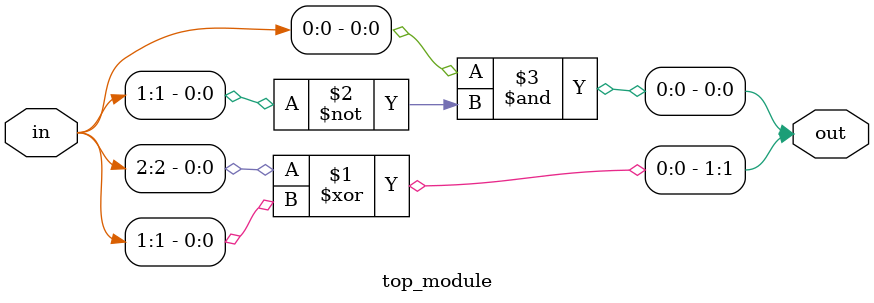
<source format=sv>
module top_module (
    input [2:0] in,
    output [1:0] out
);

    assign out[1] = in[2] ^ in[1];
    assign out[0] = in[0] & ~in[1];

endmodule

</source>
